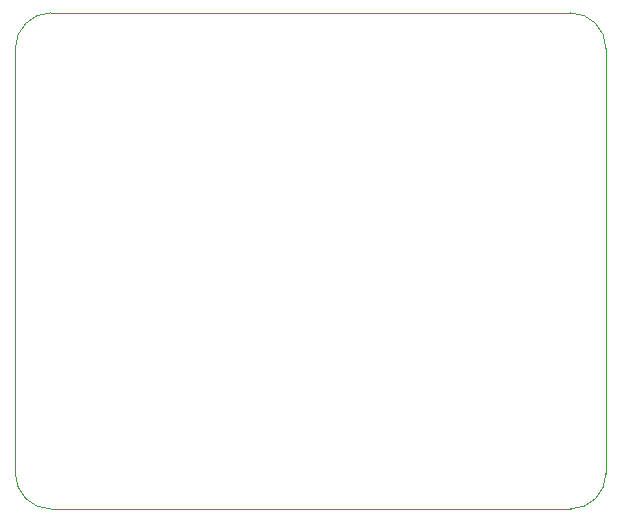
<source format=gm1>
G04 #@! TF.GenerationSoftware,KiCad,Pcbnew,9.0.0-9.0.0-2~ubuntu24.10.1*
G04 #@! TF.CreationDate,2025-04-01T16:44:13+02:00*
G04 #@! TF.ProjectId,Zynq_SoM,5a796e71-5f53-46f4-9d2e-6b696361645f,1.0*
G04 #@! TF.SameCoordinates,Original*
G04 #@! TF.FileFunction,Profile,NP*
%FSLAX46Y46*%
G04 Gerber Fmt 4.6, Leading zero omitted, Abs format (unit mm)*
G04 Created by KiCad (PCBNEW 9.0.0-9.0.0-2~ubuntu24.10.1) date 2025-04-01 16:44:13*
%MOMM*%
%LPD*%
G01*
G04 APERTURE LIST*
G04 #@! TA.AperFunction,Profile*
%ADD10C,0.100000*%
G04 #@! TD*
G04 APERTURE END LIST*
D10*
X157500000Y-130000000D02*
G75*
G02*
X154500000Y-133000000I-3000000J0D01*
G01*
X107500000Y-94000000D02*
G75*
G02*
X110500000Y-91000000I3000000J0D01*
G01*
X110500000Y-91000000D02*
X154500000Y-91000000D01*
X110500000Y-133000000D02*
G75*
G02*
X107500000Y-130000000I0J3000000D01*
G01*
X157500000Y-130000000D02*
X157500000Y-94000000D01*
X107500000Y-130000000D02*
X107500000Y-94000000D01*
X110500000Y-133000000D02*
X154500000Y-133000000D01*
X154500000Y-91000000D02*
G75*
G02*
X157500000Y-94000000I0J-3000000D01*
G01*
M02*

</source>
